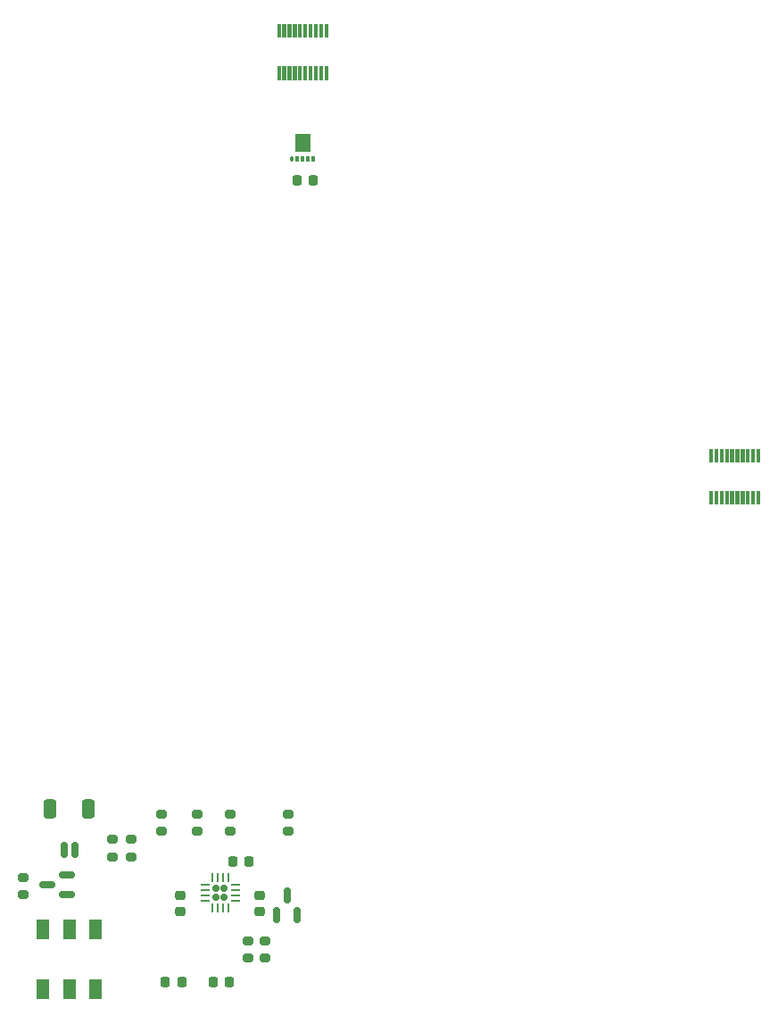
<source format=gbr>
%TF.GenerationSoftware,KiCad,Pcbnew,(7.0.0)*%
%TF.CreationDate,2023-12-08T15:04:05-05:00*%
%TF.ProjectId,Coaster,436f6173-7465-4722-9e6b-696361645f70,rev?*%
%TF.SameCoordinates,Original*%
%TF.FileFunction,Paste,Top*%
%TF.FilePolarity,Positive*%
%FSLAX46Y46*%
G04 Gerber Fmt 4.6, Leading zero omitted, Abs format (unit mm)*
G04 Created by KiCad (PCBNEW (7.0.0)) date 2023-12-08 15:04:05*
%MOMM*%
%LPD*%
G01*
G04 APERTURE LIST*
G04 Aperture macros list*
%AMRoundRect*
0 Rectangle with rounded corners*
0 $1 Rounding radius*
0 $2 $3 $4 $5 $6 $7 $8 $9 X,Y pos of 4 corners*
0 Add a 4 corners polygon primitive as box body*
4,1,4,$2,$3,$4,$5,$6,$7,$8,$9,$2,$3,0*
0 Add four circle primitives for the rounded corners*
1,1,$1+$1,$2,$3*
1,1,$1+$1,$4,$5*
1,1,$1+$1,$6,$7*
1,1,$1+$1,$8,$9*
0 Add four rect primitives between the rounded corners*
20,1,$1+$1,$2,$3,$4,$5,0*
20,1,$1+$1,$4,$5,$6,$7,0*
20,1,$1+$1,$6,$7,$8,$9,0*
20,1,$1+$1,$8,$9,$2,$3,0*%
G04 Aperture macros list end*
%ADD10C,0.010000*%
%ADD11RoundRect,0.200000X0.275000X-0.200000X0.275000X0.200000X-0.275000X0.200000X-0.275000X-0.200000X0*%
%ADD12RoundRect,0.200000X-0.275000X0.200000X-0.275000X-0.200000X0.275000X-0.200000X0.275000X0.200000X0*%
%ADD13RoundRect,0.150000X0.587500X0.150000X-0.587500X0.150000X-0.587500X-0.150000X0.587500X-0.150000X0*%
%ADD14RoundRect,0.150000X0.150000X-0.587500X0.150000X0.587500X-0.150000X0.587500X-0.150000X-0.587500X0*%
%ADD15O,0.300000X0.600000*%
%ADD16R,0.300000X0.600000*%
%ADD17RoundRect,0.218750X-0.218750X-0.256250X0.218750X-0.256250X0.218750X0.256250X-0.218750X0.256250X0*%
%ADD18RoundRect,0.062500X-0.062500X-0.375000X0.062500X-0.375000X0.062500X0.375000X-0.062500X0.375000X0*%
%ADD19RoundRect,0.062500X-0.375000X-0.062500X0.375000X-0.062500X0.375000X0.062500X-0.375000X0.062500X0*%
%ADD20RoundRect,0.160000X-0.160000X-0.160000X0.160000X-0.160000X0.160000X0.160000X-0.160000X0.160000X0*%
%ADD21RoundRect,0.250000X0.350000X0.650000X-0.350000X0.650000X-0.350000X-0.650000X0.350000X-0.650000X0*%
%ADD22RoundRect,0.150000X0.150000X0.625000X-0.150000X0.625000X-0.150000X-0.625000X0.150000X-0.625000X0*%
%ADD23RoundRect,0.225000X-0.225000X-0.250000X0.225000X-0.250000X0.225000X0.250000X-0.225000X0.250000X0*%
%ADD24RoundRect,0.225000X-0.250000X0.225000X-0.250000X-0.225000X0.250000X-0.225000X0.250000X0.225000X0*%
%ADD25R,1.200000X1.950000*%
G04 APERTURE END LIST*
%TO.C,J3*%
G36*
X141039933Y-55381000D02*
G01*
X140759933Y-55381000D01*
X140759933Y-54181000D01*
X141039933Y-54181000D01*
X141039933Y-55381000D01*
G37*
D10*
X141039933Y-55381000D02*
X140759933Y-55381000D01*
X140759933Y-54181000D01*
X141039933Y-54181000D01*
X141039933Y-55381000D01*
G36*
X141039933Y-51381000D02*
G01*
X140759933Y-51381000D01*
X140759933Y-50181000D01*
X141039933Y-50181000D01*
X141039933Y-51381000D01*
G37*
X141039933Y-51381000D02*
X140759933Y-51381000D01*
X140759933Y-50181000D01*
X141039933Y-50181000D01*
X141039933Y-51381000D01*
G36*
X140539933Y-55381000D02*
G01*
X140259933Y-55381000D01*
X140259933Y-54181000D01*
X140539933Y-54181000D01*
X140539933Y-55381000D01*
G37*
X140539933Y-55381000D02*
X140259933Y-55381000D01*
X140259933Y-54181000D01*
X140539933Y-54181000D01*
X140539933Y-55381000D01*
G36*
X140539933Y-51381000D02*
G01*
X140259933Y-51381000D01*
X140259933Y-50181000D01*
X140539933Y-50181000D01*
X140539933Y-51381000D01*
G37*
X140539933Y-51381000D02*
X140259933Y-51381000D01*
X140259933Y-50181000D01*
X140539933Y-50181000D01*
X140539933Y-51381000D01*
G36*
X140039933Y-55381000D02*
G01*
X139759933Y-55381000D01*
X139759933Y-54181000D01*
X140039933Y-54181000D01*
X140039933Y-55381000D01*
G37*
X140039933Y-55381000D02*
X139759933Y-55381000D01*
X139759933Y-54181000D01*
X140039933Y-54181000D01*
X140039933Y-55381000D01*
G36*
X140039933Y-51381000D02*
G01*
X139759933Y-51381000D01*
X139759933Y-50181000D01*
X140039933Y-50181000D01*
X140039933Y-51381000D01*
G37*
X140039933Y-51381000D02*
X139759933Y-51381000D01*
X139759933Y-50181000D01*
X140039933Y-50181000D01*
X140039933Y-51381000D01*
G36*
X139539933Y-55381000D02*
G01*
X139259933Y-55381000D01*
X139259933Y-54181000D01*
X139539933Y-54181000D01*
X139539933Y-55381000D01*
G37*
X139539933Y-55381000D02*
X139259933Y-55381000D01*
X139259933Y-54181000D01*
X139539933Y-54181000D01*
X139539933Y-55381000D01*
G36*
X139539933Y-51381000D02*
G01*
X139259933Y-51381000D01*
X139259933Y-50181000D01*
X139539933Y-50181000D01*
X139539933Y-51381000D01*
G37*
X139539933Y-51381000D02*
X139259933Y-51381000D01*
X139259933Y-50181000D01*
X139539933Y-50181000D01*
X139539933Y-51381000D01*
G36*
X139039933Y-55381000D02*
G01*
X138759933Y-55381000D01*
X138759933Y-54181000D01*
X139039933Y-54181000D01*
X139039933Y-55381000D01*
G37*
X139039933Y-55381000D02*
X138759933Y-55381000D01*
X138759933Y-54181000D01*
X139039933Y-54181000D01*
X139039933Y-55381000D01*
G36*
X139039933Y-51381000D02*
G01*
X138759933Y-51381000D01*
X138759933Y-50181000D01*
X139039933Y-50181000D01*
X139039933Y-51381000D01*
G37*
X139039933Y-51381000D02*
X138759933Y-51381000D01*
X138759933Y-50181000D01*
X139039933Y-50181000D01*
X139039933Y-51381000D01*
G36*
X138539933Y-55381000D02*
G01*
X138259933Y-55381000D01*
X138259933Y-54181000D01*
X138539933Y-54181000D01*
X138539933Y-55381000D01*
G37*
X138539933Y-55381000D02*
X138259933Y-55381000D01*
X138259933Y-54181000D01*
X138539933Y-54181000D01*
X138539933Y-55381000D01*
G36*
X138539933Y-51381000D02*
G01*
X138259933Y-51381000D01*
X138259933Y-50181000D01*
X138539933Y-50181000D01*
X138539933Y-51381000D01*
G37*
X138539933Y-51381000D02*
X138259933Y-51381000D01*
X138259933Y-50181000D01*
X138539933Y-50181000D01*
X138539933Y-51381000D01*
G36*
X138039933Y-55381000D02*
G01*
X137759933Y-55381000D01*
X137759933Y-54181000D01*
X138039933Y-54181000D01*
X138039933Y-55381000D01*
G37*
X138039933Y-55381000D02*
X137759933Y-55381000D01*
X137759933Y-54181000D01*
X138039933Y-54181000D01*
X138039933Y-55381000D01*
G36*
X138039933Y-51381000D02*
G01*
X137759933Y-51381000D01*
X137759933Y-50181000D01*
X138039933Y-50181000D01*
X138039933Y-51381000D01*
G37*
X138039933Y-51381000D02*
X137759933Y-51381000D01*
X137759933Y-50181000D01*
X138039933Y-50181000D01*
X138039933Y-51381000D01*
G36*
X137539933Y-55381000D02*
G01*
X137259933Y-55381000D01*
X137259933Y-54181000D01*
X137539933Y-54181000D01*
X137539933Y-55381000D01*
G37*
X137539933Y-55381000D02*
X137259933Y-55381000D01*
X137259933Y-54181000D01*
X137539933Y-54181000D01*
X137539933Y-55381000D01*
G36*
X137539933Y-51381000D02*
G01*
X137259933Y-51381000D01*
X137259933Y-50181000D01*
X137539933Y-50181000D01*
X137539933Y-51381000D01*
G37*
X137539933Y-51381000D02*
X137259933Y-51381000D01*
X137259933Y-50181000D01*
X137539933Y-50181000D01*
X137539933Y-51381000D01*
G36*
X137039933Y-55381000D02*
G01*
X136759933Y-55381000D01*
X136759933Y-54181000D01*
X137039933Y-54181000D01*
X137039933Y-55381000D01*
G37*
X137039933Y-55381000D02*
X136759933Y-55381000D01*
X136759933Y-54181000D01*
X137039933Y-54181000D01*
X137039933Y-55381000D01*
G36*
X137039933Y-51381000D02*
G01*
X136759933Y-51381000D01*
X136759933Y-50181000D01*
X137039933Y-50181000D01*
X137039933Y-51381000D01*
G37*
X137039933Y-51381000D02*
X136759933Y-51381000D01*
X136759933Y-50181000D01*
X137039933Y-50181000D01*
X137039933Y-51381000D01*
G36*
X136539933Y-55381000D02*
G01*
X136259933Y-55381000D01*
X136259933Y-54181000D01*
X136539933Y-54181000D01*
X136539933Y-55381000D01*
G37*
X136539933Y-55381000D02*
X136259933Y-55381000D01*
X136259933Y-54181000D01*
X136539933Y-54181000D01*
X136539933Y-55381000D01*
G36*
X136539933Y-51381000D02*
G01*
X136259933Y-51381000D01*
X136259933Y-50181000D01*
X136539933Y-50181000D01*
X136539933Y-51381000D01*
G37*
X136539933Y-51381000D02*
X136259933Y-51381000D01*
X136259933Y-50181000D01*
X136539933Y-50181000D01*
X136539933Y-51381000D01*
%TO.C,U1*%
G36*
X139313983Y-62181805D02*
G01*
X137985883Y-62181805D01*
X137985883Y-60600705D01*
X139313983Y-60600705D01*
X139313983Y-62181805D01*
G37*
X139313983Y-62181805D02*
X137985883Y-62181805D01*
X137985883Y-60600705D01*
X139313983Y-60600705D01*
X139313983Y-62181805D01*
%TO.C,J1*%
G36*
X182040000Y-95663055D02*
G01*
X181760000Y-95663055D01*
X181760000Y-94463055D01*
X182040000Y-94463055D01*
X182040000Y-95663055D01*
G37*
X182040000Y-95663055D02*
X181760000Y-95663055D01*
X181760000Y-94463055D01*
X182040000Y-94463055D01*
X182040000Y-95663055D01*
G36*
X182040000Y-91663055D02*
G01*
X181760000Y-91663055D01*
X181760000Y-90463055D01*
X182040000Y-90463055D01*
X182040000Y-91663055D01*
G37*
X182040000Y-91663055D02*
X181760000Y-91663055D01*
X181760000Y-90463055D01*
X182040000Y-90463055D01*
X182040000Y-91663055D01*
G36*
X181540000Y-95663055D02*
G01*
X181260000Y-95663055D01*
X181260000Y-94463055D01*
X181540000Y-94463055D01*
X181540000Y-95663055D01*
G37*
X181540000Y-95663055D02*
X181260000Y-95663055D01*
X181260000Y-94463055D01*
X181540000Y-94463055D01*
X181540000Y-95663055D01*
G36*
X181540000Y-91663055D02*
G01*
X181260000Y-91663055D01*
X181260000Y-90463055D01*
X181540000Y-90463055D01*
X181540000Y-91663055D01*
G37*
X181540000Y-91663055D02*
X181260000Y-91663055D01*
X181260000Y-90463055D01*
X181540000Y-90463055D01*
X181540000Y-91663055D01*
G36*
X181040000Y-95663055D02*
G01*
X180760000Y-95663055D01*
X180760000Y-94463055D01*
X181040000Y-94463055D01*
X181040000Y-95663055D01*
G37*
X181040000Y-95663055D02*
X180760000Y-95663055D01*
X180760000Y-94463055D01*
X181040000Y-94463055D01*
X181040000Y-95663055D01*
G36*
X181040000Y-91663055D02*
G01*
X180760000Y-91663055D01*
X180760000Y-90463055D01*
X181040000Y-90463055D01*
X181040000Y-91663055D01*
G37*
X181040000Y-91663055D02*
X180760000Y-91663055D01*
X180760000Y-90463055D01*
X181040000Y-90463055D01*
X181040000Y-91663055D01*
G36*
X180540000Y-95663055D02*
G01*
X180260000Y-95663055D01*
X180260000Y-94463055D01*
X180540000Y-94463055D01*
X180540000Y-95663055D01*
G37*
X180540000Y-95663055D02*
X180260000Y-95663055D01*
X180260000Y-94463055D01*
X180540000Y-94463055D01*
X180540000Y-95663055D01*
G36*
X180540000Y-91663055D02*
G01*
X180260000Y-91663055D01*
X180260000Y-90463055D01*
X180540000Y-90463055D01*
X180540000Y-91663055D01*
G37*
X180540000Y-91663055D02*
X180260000Y-91663055D01*
X180260000Y-90463055D01*
X180540000Y-90463055D01*
X180540000Y-91663055D01*
G36*
X180040000Y-95663055D02*
G01*
X179760000Y-95663055D01*
X179760000Y-94463055D01*
X180040000Y-94463055D01*
X180040000Y-95663055D01*
G37*
X180040000Y-95663055D02*
X179760000Y-95663055D01*
X179760000Y-94463055D01*
X180040000Y-94463055D01*
X180040000Y-95663055D01*
G36*
X180040000Y-91663055D02*
G01*
X179760000Y-91663055D01*
X179760000Y-90463055D01*
X180040000Y-90463055D01*
X180040000Y-91663055D01*
G37*
X180040000Y-91663055D02*
X179760000Y-91663055D01*
X179760000Y-90463055D01*
X180040000Y-90463055D01*
X180040000Y-91663055D01*
G36*
X179540000Y-95663055D02*
G01*
X179260000Y-95663055D01*
X179260000Y-94463055D01*
X179540000Y-94463055D01*
X179540000Y-95663055D01*
G37*
X179540000Y-95663055D02*
X179260000Y-95663055D01*
X179260000Y-94463055D01*
X179540000Y-94463055D01*
X179540000Y-95663055D01*
G36*
X179540000Y-91663055D02*
G01*
X179260000Y-91663055D01*
X179260000Y-90463055D01*
X179540000Y-90463055D01*
X179540000Y-91663055D01*
G37*
X179540000Y-91663055D02*
X179260000Y-91663055D01*
X179260000Y-90463055D01*
X179540000Y-90463055D01*
X179540000Y-91663055D01*
G36*
X179040000Y-95663055D02*
G01*
X178760000Y-95663055D01*
X178760000Y-94463055D01*
X179040000Y-94463055D01*
X179040000Y-95663055D01*
G37*
X179040000Y-95663055D02*
X178760000Y-95663055D01*
X178760000Y-94463055D01*
X179040000Y-94463055D01*
X179040000Y-95663055D01*
G36*
X179040000Y-91663055D02*
G01*
X178760000Y-91663055D01*
X178760000Y-90463055D01*
X179040000Y-90463055D01*
X179040000Y-91663055D01*
G37*
X179040000Y-91663055D02*
X178760000Y-91663055D01*
X178760000Y-90463055D01*
X179040000Y-90463055D01*
X179040000Y-91663055D01*
G36*
X178540000Y-95663055D02*
G01*
X178260000Y-95663055D01*
X178260000Y-94463055D01*
X178540000Y-94463055D01*
X178540000Y-95663055D01*
G37*
X178540000Y-95663055D02*
X178260000Y-95663055D01*
X178260000Y-94463055D01*
X178540000Y-94463055D01*
X178540000Y-95663055D01*
G36*
X178540000Y-91663055D02*
G01*
X178260000Y-91663055D01*
X178260000Y-90463055D01*
X178540000Y-90463055D01*
X178540000Y-91663055D01*
G37*
X178540000Y-91663055D02*
X178260000Y-91663055D01*
X178260000Y-90463055D01*
X178540000Y-90463055D01*
X178540000Y-91663055D01*
G36*
X178040000Y-95663055D02*
G01*
X177760000Y-95663055D01*
X177760000Y-94463055D01*
X178040000Y-94463055D01*
X178040000Y-95663055D01*
G37*
X178040000Y-95663055D02*
X177760000Y-95663055D01*
X177760000Y-94463055D01*
X178040000Y-94463055D01*
X178040000Y-95663055D01*
G36*
X178040000Y-91663055D02*
G01*
X177760000Y-91663055D01*
X177760000Y-90463055D01*
X178040000Y-90463055D01*
X178040000Y-91663055D01*
G37*
X178040000Y-91663055D02*
X177760000Y-91663055D01*
X177760000Y-90463055D01*
X178040000Y-90463055D01*
X178040000Y-91663055D01*
G36*
X177540000Y-95663055D02*
G01*
X177260000Y-95663055D01*
X177260000Y-94463055D01*
X177540000Y-94463055D01*
X177540000Y-95663055D01*
G37*
X177540000Y-95663055D02*
X177260000Y-95663055D01*
X177260000Y-94463055D01*
X177540000Y-94463055D01*
X177540000Y-95663055D01*
G36*
X177540000Y-91663055D02*
G01*
X177260000Y-91663055D01*
X177260000Y-90463055D01*
X177540000Y-90463055D01*
X177540000Y-91663055D01*
G37*
X177540000Y-91663055D02*
X177260000Y-91663055D01*
X177260000Y-90463055D01*
X177540000Y-90463055D01*
X177540000Y-91663055D01*
%TD*%
D11*
%TO.C,R9*%
X120650000Y-127500000D03*
X120650000Y-129150000D03*
%TD*%
D12*
%TO.C,R8*%
X122450000Y-129150000D03*
X122450000Y-127500000D03*
%TD*%
D11*
%TO.C,R7*%
X112200000Y-132750000D03*
X112200000Y-131100000D03*
%TD*%
D13*
%TO.C,Q2*%
X114462500Y-131800000D03*
X116337500Y-130850000D03*
X116337500Y-132750000D03*
%TD*%
D14*
%TO.C,Q1*%
X137200000Y-132825000D03*
X138150000Y-134700000D03*
X136250000Y-134700000D03*
%TD*%
D15*
%TO.C,U1*%
X137649932Y-62941254D03*
D16*
X138149932Y-62941254D03*
X138649932Y-62941254D03*
X139149932Y-62941254D03*
X139649932Y-62941254D03*
%TD*%
D17*
%TO.C,D3*%
X131737500Y-140975000D03*
X130162500Y-140975000D03*
%TD*%
D12*
%TO.C,R6*%
X133500000Y-138725000D03*
X133500000Y-137075000D03*
%TD*%
%TO.C,R5*%
X135150000Y-138725000D03*
X135150000Y-137075000D03*
%TD*%
D11*
%TO.C,R4*%
X131850000Y-126725000D03*
X131850000Y-125075000D03*
%TD*%
%TO.C,R3*%
X125300000Y-126712500D03*
X125300000Y-125062500D03*
%TD*%
%TO.C,R2*%
X137300000Y-125062500D03*
X137300000Y-126712500D03*
%TD*%
%TO.C,R1*%
X128650000Y-126712500D03*
X128650000Y-125062500D03*
%TD*%
D17*
%TO.C,D2*%
X127237500Y-140975000D03*
X125662500Y-140975000D03*
%TD*%
D18*
%TO.C,U3*%
X130100000Y-131112500D03*
X130600000Y-131112500D03*
X131100000Y-131112500D03*
X131600000Y-131112500D03*
D19*
X132287500Y-131800000D03*
X132287500Y-132300000D03*
X132287500Y-132800000D03*
X132287500Y-133300000D03*
D18*
X131600000Y-133987500D03*
X131100000Y-133987500D03*
X130600000Y-133987500D03*
X130100000Y-133987500D03*
D19*
X129412500Y-133300000D03*
X129412500Y-132800000D03*
X129412500Y-132300000D03*
X129412500Y-131800000D03*
D20*
X131250000Y-132950000D03*
X130450000Y-132950000D03*
X130450000Y-132150000D03*
X131250000Y-132150000D03*
%TD*%
D21*
%TO.C,J2*%
X114750000Y-124625000D03*
X118350000Y-124625000D03*
D22*
X116050000Y-128500000D03*
X117050000Y-128500000D03*
%TD*%
D23*
%TO.C,C4*%
X132075000Y-129550000D03*
X133625000Y-129550000D03*
%TD*%
D24*
%TO.C,C3*%
X134600000Y-134350000D03*
X134600000Y-132800000D03*
%TD*%
%TO.C,C2*%
X127051992Y-132800000D03*
X127051992Y-134350000D03*
%TD*%
D25*
%TO.C,SW1*%
X114049999Y-136049999D03*
X116549999Y-136049999D03*
X119049999Y-136049999D03*
X114049999Y-141699999D03*
X116549999Y-141699999D03*
X119049999Y-141699999D03*
%TD*%
D23*
%TO.C,C1*%
X138175000Y-64953200D03*
X139725000Y-64953200D03*
%TD*%
M02*

</source>
